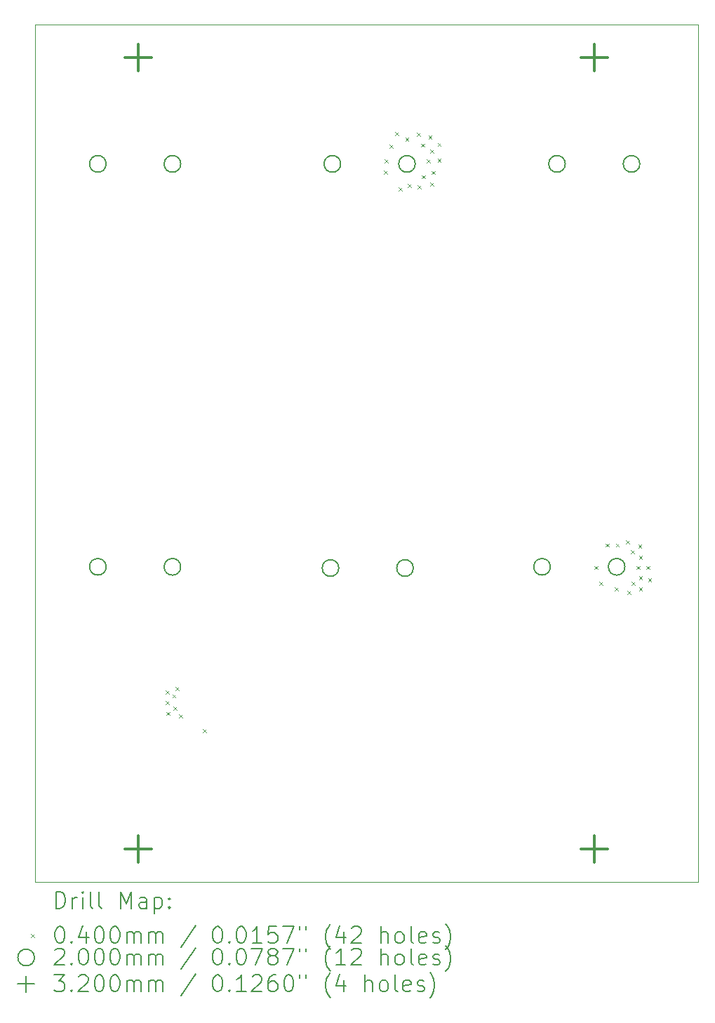
<source format=gbr>
%FSLAX45Y45*%
G04 Gerber Fmt 4.5, Leading zero omitted, Abs format (unit mm)*
G04 Created by KiCad (PCBNEW (6.0.5-0)) date 2023-03-07 01:19:57*
%MOMM*%
%LPD*%
G01*
G04 APERTURE LIST*
%TA.AperFunction,Profile*%
%ADD10C,0.100000*%
%TD*%
%ADD11C,0.200000*%
%ADD12C,0.040000*%
%ADD13C,0.320000*%
G04 APERTURE END LIST*
D10*
X14360000Y-3875000D02*
X15210000Y-3875000D01*
X8060000Y-14225000D02*
X8860000Y-14225000D01*
X13560000Y-14225000D02*
X8860000Y-14225000D01*
X8065000Y-3875000D02*
X8865000Y-3875000D01*
X13560000Y-3875000D02*
X14360000Y-3875000D01*
X15210000Y-3875000D02*
X15210000Y-14225000D01*
X8060000Y-14225000D02*
X7210000Y-14225000D01*
X14360000Y-14225000D02*
X15210000Y-14225000D01*
X13560000Y-14225000D02*
X14360000Y-14225000D01*
X8865000Y-3875000D02*
X13560000Y-3875000D01*
X8065000Y-3875000D02*
X7210000Y-3875000D01*
X7210000Y-14225000D02*
X7210000Y-3875000D01*
D11*
D12*
X8790000Y-11910000D02*
X8830000Y-11950000D01*
X8830000Y-11910000D02*
X8790000Y-11950000D01*
X8790000Y-12040000D02*
X8830000Y-12080000D01*
X8830000Y-12040000D02*
X8790000Y-12080000D01*
X8800000Y-12170000D02*
X8840000Y-12210000D01*
X8840000Y-12170000D02*
X8800000Y-12210000D01*
X8870000Y-11960000D02*
X8910000Y-12000000D01*
X8910000Y-11960000D02*
X8870000Y-12000000D01*
X8880000Y-12110000D02*
X8920000Y-12150000D01*
X8920000Y-12110000D02*
X8880000Y-12150000D01*
X8910000Y-11870000D02*
X8950000Y-11910000D01*
X8950000Y-11870000D02*
X8910000Y-11910000D01*
X8950000Y-12200000D02*
X8990000Y-12240000D01*
X8990000Y-12200000D02*
X8950000Y-12240000D01*
X9240000Y-12380000D02*
X9280000Y-12420000D01*
X9280000Y-12380000D02*
X9240000Y-12420000D01*
X11420000Y-5640000D02*
X11460000Y-5680000D01*
X11460000Y-5640000D02*
X11420000Y-5680000D01*
X11430000Y-5504000D02*
X11470000Y-5544000D01*
X11470000Y-5504000D02*
X11430000Y-5544000D01*
X11490000Y-5324000D02*
X11530000Y-5364000D01*
X11530000Y-5324000D02*
X11490000Y-5364000D01*
X11560000Y-5174000D02*
X11600000Y-5214000D01*
X11600000Y-5174000D02*
X11560000Y-5214000D01*
X11600000Y-5840000D02*
X11640000Y-5880000D01*
X11640000Y-5840000D02*
X11600000Y-5880000D01*
X11680000Y-5244000D02*
X11720000Y-5284000D01*
X11720000Y-5244000D02*
X11680000Y-5284000D01*
X11710000Y-5800000D02*
X11750000Y-5840000D01*
X11750000Y-5800000D02*
X11710000Y-5840000D01*
X11820000Y-5184000D02*
X11860000Y-5224000D01*
X11860000Y-5184000D02*
X11820000Y-5224000D01*
X11830000Y-5814000D02*
X11870000Y-5854000D01*
X11870000Y-5814000D02*
X11830000Y-5854000D01*
X11870000Y-5314000D02*
X11910000Y-5354000D01*
X11910000Y-5314000D02*
X11870000Y-5354000D01*
X11880000Y-5694000D02*
X11920000Y-5734000D01*
X11920000Y-5694000D02*
X11880000Y-5734000D01*
X11940000Y-5504000D02*
X11980000Y-5544000D01*
X11980000Y-5504000D02*
X11940000Y-5544000D01*
X11960000Y-5214000D02*
X12000000Y-5254000D01*
X12000000Y-5214000D02*
X11960000Y-5254000D01*
X11980000Y-5384000D02*
X12020000Y-5424000D01*
X12020000Y-5384000D02*
X11980000Y-5424000D01*
X11980000Y-5784000D02*
X12020000Y-5824000D01*
X12020000Y-5784000D02*
X11980000Y-5824000D01*
X12000000Y-5644000D02*
X12040000Y-5684000D01*
X12040000Y-5644000D02*
X12000000Y-5684000D01*
X12070000Y-5304000D02*
X12110000Y-5344000D01*
X12110000Y-5304000D02*
X12070000Y-5344000D01*
X12070000Y-5494000D02*
X12110000Y-5534000D01*
X12110000Y-5494000D02*
X12070000Y-5534000D01*
X13960000Y-10410000D02*
X14000000Y-10450000D01*
X14000000Y-10410000D02*
X13960000Y-10450000D01*
X14020000Y-10600000D02*
X14060000Y-10640000D01*
X14060000Y-10600000D02*
X14020000Y-10640000D01*
X14100000Y-10140000D02*
X14140000Y-10180000D01*
X14140000Y-10140000D02*
X14100000Y-10180000D01*
X14210000Y-10670000D02*
X14250000Y-10710000D01*
X14250000Y-10670000D02*
X14210000Y-10710000D01*
X14220000Y-10140000D02*
X14260000Y-10180000D01*
X14260000Y-10140000D02*
X14220000Y-10180000D01*
X14340000Y-10100000D02*
X14380000Y-10140000D01*
X14380000Y-10100000D02*
X14340000Y-10140000D01*
X14360000Y-10710000D02*
X14400000Y-10750000D01*
X14400000Y-10710000D02*
X14360000Y-10750000D01*
X14400000Y-10220000D02*
X14440000Y-10260000D01*
X14440000Y-10220000D02*
X14400000Y-10260000D01*
X14410000Y-10600000D02*
X14450000Y-10640000D01*
X14450000Y-10600000D02*
X14410000Y-10640000D01*
X14470000Y-10410000D02*
X14510000Y-10450000D01*
X14510000Y-10410000D02*
X14470000Y-10450000D01*
X14490000Y-10150000D02*
X14530000Y-10190000D01*
X14530000Y-10150000D02*
X14490000Y-10190000D01*
X14500000Y-10290000D02*
X14540000Y-10330000D01*
X14540000Y-10290000D02*
X14500000Y-10330000D01*
X14500000Y-10530000D02*
X14540000Y-10570000D01*
X14540000Y-10530000D02*
X14500000Y-10570000D01*
X14500000Y-10670000D02*
X14540000Y-10710000D01*
X14540000Y-10670000D02*
X14500000Y-10710000D01*
X14590000Y-10410000D02*
X14630000Y-10450000D01*
X14630000Y-10410000D02*
X14590000Y-10450000D01*
X14610000Y-10560000D02*
X14650000Y-10600000D01*
X14650000Y-10560000D02*
X14610000Y-10600000D01*
D11*
X8070000Y-5558000D02*
G75*
G03*
X8070000Y-5558000I-100000J0D01*
G01*
X8070000Y-10420000D02*
G75*
G03*
X8070000Y-10420000I-100000J0D01*
G01*
X8970000Y-5558000D02*
G75*
G03*
X8970000Y-5558000I-100000J0D01*
G01*
X8970000Y-10420000D02*
G75*
G03*
X8970000Y-10420000I-100000J0D01*
G01*
X10876800Y-10434800D02*
G75*
G03*
X10876800Y-10434800I-100000J0D01*
G01*
X10900000Y-5558000D02*
G75*
G03*
X10900000Y-5558000I-100000J0D01*
G01*
X11776800Y-10434800D02*
G75*
G03*
X11776800Y-10434800I-100000J0D01*
G01*
X11800000Y-5558000D02*
G75*
G03*
X11800000Y-5558000I-100000J0D01*
G01*
X13430000Y-10420000D02*
G75*
G03*
X13430000Y-10420000I-100000J0D01*
G01*
X13610000Y-5558000D02*
G75*
G03*
X13610000Y-5558000I-100000J0D01*
G01*
X14330000Y-10420000D02*
G75*
G03*
X14330000Y-10420000I-100000J0D01*
G01*
X14510000Y-5558000D02*
G75*
G03*
X14510000Y-5558000I-100000J0D01*
G01*
D13*
X8460000Y-4115000D02*
X8460000Y-4435000D01*
X8300000Y-4275000D02*
X8620000Y-4275000D01*
X8460000Y-13665000D02*
X8460000Y-13985000D01*
X8300000Y-13825000D02*
X8620000Y-13825000D01*
X13960000Y-4115000D02*
X13960000Y-4435000D01*
X13800000Y-4275000D02*
X14120000Y-4275000D01*
X13960000Y-13665000D02*
X13960000Y-13985000D01*
X13800000Y-13825000D02*
X14120000Y-13825000D01*
D11*
X7462619Y-14540476D02*
X7462619Y-14340476D01*
X7510238Y-14340476D01*
X7538809Y-14350000D01*
X7557857Y-14369048D01*
X7567381Y-14388095D01*
X7576905Y-14426190D01*
X7576905Y-14454762D01*
X7567381Y-14492857D01*
X7557857Y-14511905D01*
X7538809Y-14530952D01*
X7510238Y-14540476D01*
X7462619Y-14540476D01*
X7662619Y-14540476D02*
X7662619Y-14407143D01*
X7662619Y-14445238D02*
X7672143Y-14426190D01*
X7681667Y-14416667D01*
X7700714Y-14407143D01*
X7719762Y-14407143D01*
X7786428Y-14540476D02*
X7786428Y-14407143D01*
X7786428Y-14340476D02*
X7776905Y-14350000D01*
X7786428Y-14359524D01*
X7795952Y-14350000D01*
X7786428Y-14340476D01*
X7786428Y-14359524D01*
X7910238Y-14540476D02*
X7891190Y-14530952D01*
X7881667Y-14511905D01*
X7881667Y-14340476D01*
X8015000Y-14540476D02*
X7995952Y-14530952D01*
X7986428Y-14511905D01*
X7986428Y-14340476D01*
X8243571Y-14540476D02*
X8243571Y-14340476D01*
X8310238Y-14483333D01*
X8376905Y-14340476D01*
X8376905Y-14540476D01*
X8557857Y-14540476D02*
X8557857Y-14435714D01*
X8548333Y-14416667D01*
X8529286Y-14407143D01*
X8491190Y-14407143D01*
X8472143Y-14416667D01*
X8557857Y-14530952D02*
X8538810Y-14540476D01*
X8491190Y-14540476D01*
X8472143Y-14530952D01*
X8462619Y-14511905D01*
X8462619Y-14492857D01*
X8472143Y-14473809D01*
X8491190Y-14464286D01*
X8538810Y-14464286D01*
X8557857Y-14454762D01*
X8653095Y-14407143D02*
X8653095Y-14607143D01*
X8653095Y-14416667D02*
X8672143Y-14407143D01*
X8710238Y-14407143D01*
X8729286Y-14416667D01*
X8738810Y-14426190D01*
X8748333Y-14445238D01*
X8748333Y-14502381D01*
X8738810Y-14521428D01*
X8729286Y-14530952D01*
X8710238Y-14540476D01*
X8672143Y-14540476D01*
X8653095Y-14530952D01*
X8834048Y-14521428D02*
X8843571Y-14530952D01*
X8834048Y-14540476D01*
X8824524Y-14530952D01*
X8834048Y-14521428D01*
X8834048Y-14540476D01*
X8834048Y-14416667D02*
X8843571Y-14426190D01*
X8834048Y-14435714D01*
X8824524Y-14426190D01*
X8834048Y-14416667D01*
X8834048Y-14435714D01*
D12*
X7165000Y-14850000D02*
X7205000Y-14890000D01*
X7205000Y-14850000D02*
X7165000Y-14890000D01*
D11*
X7500714Y-14760476D02*
X7519762Y-14760476D01*
X7538809Y-14770000D01*
X7548333Y-14779524D01*
X7557857Y-14798571D01*
X7567381Y-14836667D01*
X7567381Y-14884286D01*
X7557857Y-14922381D01*
X7548333Y-14941428D01*
X7538809Y-14950952D01*
X7519762Y-14960476D01*
X7500714Y-14960476D01*
X7481667Y-14950952D01*
X7472143Y-14941428D01*
X7462619Y-14922381D01*
X7453095Y-14884286D01*
X7453095Y-14836667D01*
X7462619Y-14798571D01*
X7472143Y-14779524D01*
X7481667Y-14770000D01*
X7500714Y-14760476D01*
X7653095Y-14941428D02*
X7662619Y-14950952D01*
X7653095Y-14960476D01*
X7643571Y-14950952D01*
X7653095Y-14941428D01*
X7653095Y-14960476D01*
X7834048Y-14827143D02*
X7834048Y-14960476D01*
X7786428Y-14750952D02*
X7738809Y-14893809D01*
X7862619Y-14893809D01*
X7976905Y-14760476D02*
X7995952Y-14760476D01*
X8015000Y-14770000D01*
X8024524Y-14779524D01*
X8034048Y-14798571D01*
X8043571Y-14836667D01*
X8043571Y-14884286D01*
X8034048Y-14922381D01*
X8024524Y-14941428D01*
X8015000Y-14950952D01*
X7995952Y-14960476D01*
X7976905Y-14960476D01*
X7957857Y-14950952D01*
X7948333Y-14941428D01*
X7938809Y-14922381D01*
X7929286Y-14884286D01*
X7929286Y-14836667D01*
X7938809Y-14798571D01*
X7948333Y-14779524D01*
X7957857Y-14770000D01*
X7976905Y-14760476D01*
X8167381Y-14760476D02*
X8186428Y-14760476D01*
X8205476Y-14770000D01*
X8215000Y-14779524D01*
X8224524Y-14798571D01*
X8234048Y-14836667D01*
X8234048Y-14884286D01*
X8224524Y-14922381D01*
X8215000Y-14941428D01*
X8205476Y-14950952D01*
X8186428Y-14960476D01*
X8167381Y-14960476D01*
X8148333Y-14950952D01*
X8138809Y-14941428D01*
X8129286Y-14922381D01*
X8119762Y-14884286D01*
X8119762Y-14836667D01*
X8129286Y-14798571D01*
X8138809Y-14779524D01*
X8148333Y-14770000D01*
X8167381Y-14760476D01*
X8319762Y-14960476D02*
X8319762Y-14827143D01*
X8319762Y-14846190D02*
X8329286Y-14836667D01*
X8348333Y-14827143D01*
X8376905Y-14827143D01*
X8395952Y-14836667D01*
X8405476Y-14855714D01*
X8405476Y-14960476D01*
X8405476Y-14855714D02*
X8415000Y-14836667D01*
X8434048Y-14827143D01*
X8462619Y-14827143D01*
X8481667Y-14836667D01*
X8491190Y-14855714D01*
X8491190Y-14960476D01*
X8586429Y-14960476D02*
X8586429Y-14827143D01*
X8586429Y-14846190D02*
X8595952Y-14836667D01*
X8615000Y-14827143D01*
X8643571Y-14827143D01*
X8662619Y-14836667D01*
X8672143Y-14855714D01*
X8672143Y-14960476D01*
X8672143Y-14855714D02*
X8681667Y-14836667D01*
X8700714Y-14827143D01*
X8729286Y-14827143D01*
X8748333Y-14836667D01*
X8757857Y-14855714D01*
X8757857Y-14960476D01*
X9148333Y-14750952D02*
X8976905Y-15008095D01*
X9405476Y-14760476D02*
X9424524Y-14760476D01*
X9443571Y-14770000D01*
X9453095Y-14779524D01*
X9462619Y-14798571D01*
X9472143Y-14836667D01*
X9472143Y-14884286D01*
X9462619Y-14922381D01*
X9453095Y-14941428D01*
X9443571Y-14950952D01*
X9424524Y-14960476D01*
X9405476Y-14960476D01*
X9386429Y-14950952D01*
X9376905Y-14941428D01*
X9367381Y-14922381D01*
X9357857Y-14884286D01*
X9357857Y-14836667D01*
X9367381Y-14798571D01*
X9376905Y-14779524D01*
X9386429Y-14770000D01*
X9405476Y-14760476D01*
X9557857Y-14941428D02*
X9567381Y-14950952D01*
X9557857Y-14960476D01*
X9548333Y-14950952D01*
X9557857Y-14941428D01*
X9557857Y-14960476D01*
X9691190Y-14760476D02*
X9710238Y-14760476D01*
X9729286Y-14770000D01*
X9738810Y-14779524D01*
X9748333Y-14798571D01*
X9757857Y-14836667D01*
X9757857Y-14884286D01*
X9748333Y-14922381D01*
X9738810Y-14941428D01*
X9729286Y-14950952D01*
X9710238Y-14960476D01*
X9691190Y-14960476D01*
X9672143Y-14950952D01*
X9662619Y-14941428D01*
X9653095Y-14922381D01*
X9643571Y-14884286D01*
X9643571Y-14836667D01*
X9653095Y-14798571D01*
X9662619Y-14779524D01*
X9672143Y-14770000D01*
X9691190Y-14760476D01*
X9948333Y-14960476D02*
X9834048Y-14960476D01*
X9891190Y-14960476D02*
X9891190Y-14760476D01*
X9872143Y-14789048D01*
X9853095Y-14808095D01*
X9834048Y-14817619D01*
X10129286Y-14760476D02*
X10034048Y-14760476D01*
X10024524Y-14855714D01*
X10034048Y-14846190D01*
X10053095Y-14836667D01*
X10100714Y-14836667D01*
X10119762Y-14846190D01*
X10129286Y-14855714D01*
X10138810Y-14874762D01*
X10138810Y-14922381D01*
X10129286Y-14941428D01*
X10119762Y-14950952D01*
X10100714Y-14960476D01*
X10053095Y-14960476D01*
X10034048Y-14950952D01*
X10024524Y-14941428D01*
X10205476Y-14760476D02*
X10338810Y-14760476D01*
X10253095Y-14960476D01*
X10405476Y-14760476D02*
X10405476Y-14798571D01*
X10481667Y-14760476D02*
X10481667Y-14798571D01*
X10776905Y-15036667D02*
X10767381Y-15027143D01*
X10748333Y-14998571D01*
X10738810Y-14979524D01*
X10729286Y-14950952D01*
X10719762Y-14903333D01*
X10719762Y-14865238D01*
X10729286Y-14817619D01*
X10738810Y-14789048D01*
X10748333Y-14770000D01*
X10767381Y-14741428D01*
X10776905Y-14731905D01*
X10938810Y-14827143D02*
X10938810Y-14960476D01*
X10891190Y-14750952D02*
X10843571Y-14893809D01*
X10967381Y-14893809D01*
X11034048Y-14779524D02*
X11043571Y-14770000D01*
X11062619Y-14760476D01*
X11110238Y-14760476D01*
X11129286Y-14770000D01*
X11138810Y-14779524D01*
X11148333Y-14798571D01*
X11148333Y-14817619D01*
X11138810Y-14846190D01*
X11024524Y-14960476D01*
X11148333Y-14960476D01*
X11386428Y-14960476D02*
X11386428Y-14760476D01*
X11472143Y-14960476D02*
X11472143Y-14855714D01*
X11462619Y-14836667D01*
X11443571Y-14827143D01*
X11415000Y-14827143D01*
X11395952Y-14836667D01*
X11386428Y-14846190D01*
X11595952Y-14960476D02*
X11576905Y-14950952D01*
X11567381Y-14941428D01*
X11557857Y-14922381D01*
X11557857Y-14865238D01*
X11567381Y-14846190D01*
X11576905Y-14836667D01*
X11595952Y-14827143D01*
X11624524Y-14827143D01*
X11643571Y-14836667D01*
X11653095Y-14846190D01*
X11662619Y-14865238D01*
X11662619Y-14922381D01*
X11653095Y-14941428D01*
X11643571Y-14950952D01*
X11624524Y-14960476D01*
X11595952Y-14960476D01*
X11776905Y-14960476D02*
X11757857Y-14950952D01*
X11748333Y-14931905D01*
X11748333Y-14760476D01*
X11929286Y-14950952D02*
X11910238Y-14960476D01*
X11872143Y-14960476D01*
X11853095Y-14950952D01*
X11843571Y-14931905D01*
X11843571Y-14855714D01*
X11853095Y-14836667D01*
X11872143Y-14827143D01*
X11910238Y-14827143D01*
X11929286Y-14836667D01*
X11938809Y-14855714D01*
X11938809Y-14874762D01*
X11843571Y-14893809D01*
X12015000Y-14950952D02*
X12034048Y-14960476D01*
X12072143Y-14960476D01*
X12091190Y-14950952D01*
X12100714Y-14931905D01*
X12100714Y-14922381D01*
X12091190Y-14903333D01*
X12072143Y-14893809D01*
X12043571Y-14893809D01*
X12024524Y-14884286D01*
X12015000Y-14865238D01*
X12015000Y-14855714D01*
X12024524Y-14836667D01*
X12043571Y-14827143D01*
X12072143Y-14827143D01*
X12091190Y-14836667D01*
X12167381Y-15036667D02*
X12176905Y-15027143D01*
X12195952Y-14998571D01*
X12205476Y-14979524D01*
X12215000Y-14950952D01*
X12224524Y-14903333D01*
X12224524Y-14865238D01*
X12215000Y-14817619D01*
X12205476Y-14789048D01*
X12195952Y-14770000D01*
X12176905Y-14741428D01*
X12167381Y-14731905D01*
X7205000Y-15134000D02*
G75*
G03*
X7205000Y-15134000I-100000J0D01*
G01*
X7453095Y-15043524D02*
X7462619Y-15034000D01*
X7481667Y-15024476D01*
X7529286Y-15024476D01*
X7548333Y-15034000D01*
X7557857Y-15043524D01*
X7567381Y-15062571D01*
X7567381Y-15081619D01*
X7557857Y-15110190D01*
X7443571Y-15224476D01*
X7567381Y-15224476D01*
X7653095Y-15205428D02*
X7662619Y-15214952D01*
X7653095Y-15224476D01*
X7643571Y-15214952D01*
X7653095Y-15205428D01*
X7653095Y-15224476D01*
X7786428Y-15024476D02*
X7805476Y-15024476D01*
X7824524Y-15034000D01*
X7834048Y-15043524D01*
X7843571Y-15062571D01*
X7853095Y-15100667D01*
X7853095Y-15148286D01*
X7843571Y-15186381D01*
X7834048Y-15205428D01*
X7824524Y-15214952D01*
X7805476Y-15224476D01*
X7786428Y-15224476D01*
X7767381Y-15214952D01*
X7757857Y-15205428D01*
X7748333Y-15186381D01*
X7738809Y-15148286D01*
X7738809Y-15100667D01*
X7748333Y-15062571D01*
X7757857Y-15043524D01*
X7767381Y-15034000D01*
X7786428Y-15024476D01*
X7976905Y-15024476D02*
X7995952Y-15024476D01*
X8015000Y-15034000D01*
X8024524Y-15043524D01*
X8034048Y-15062571D01*
X8043571Y-15100667D01*
X8043571Y-15148286D01*
X8034048Y-15186381D01*
X8024524Y-15205428D01*
X8015000Y-15214952D01*
X7995952Y-15224476D01*
X7976905Y-15224476D01*
X7957857Y-15214952D01*
X7948333Y-15205428D01*
X7938809Y-15186381D01*
X7929286Y-15148286D01*
X7929286Y-15100667D01*
X7938809Y-15062571D01*
X7948333Y-15043524D01*
X7957857Y-15034000D01*
X7976905Y-15024476D01*
X8167381Y-15024476D02*
X8186428Y-15024476D01*
X8205476Y-15034000D01*
X8215000Y-15043524D01*
X8224524Y-15062571D01*
X8234048Y-15100667D01*
X8234048Y-15148286D01*
X8224524Y-15186381D01*
X8215000Y-15205428D01*
X8205476Y-15214952D01*
X8186428Y-15224476D01*
X8167381Y-15224476D01*
X8148333Y-15214952D01*
X8138809Y-15205428D01*
X8129286Y-15186381D01*
X8119762Y-15148286D01*
X8119762Y-15100667D01*
X8129286Y-15062571D01*
X8138809Y-15043524D01*
X8148333Y-15034000D01*
X8167381Y-15024476D01*
X8319762Y-15224476D02*
X8319762Y-15091143D01*
X8319762Y-15110190D02*
X8329286Y-15100667D01*
X8348333Y-15091143D01*
X8376905Y-15091143D01*
X8395952Y-15100667D01*
X8405476Y-15119714D01*
X8405476Y-15224476D01*
X8405476Y-15119714D02*
X8415000Y-15100667D01*
X8434048Y-15091143D01*
X8462619Y-15091143D01*
X8481667Y-15100667D01*
X8491190Y-15119714D01*
X8491190Y-15224476D01*
X8586429Y-15224476D02*
X8586429Y-15091143D01*
X8586429Y-15110190D02*
X8595952Y-15100667D01*
X8615000Y-15091143D01*
X8643571Y-15091143D01*
X8662619Y-15100667D01*
X8672143Y-15119714D01*
X8672143Y-15224476D01*
X8672143Y-15119714D02*
X8681667Y-15100667D01*
X8700714Y-15091143D01*
X8729286Y-15091143D01*
X8748333Y-15100667D01*
X8757857Y-15119714D01*
X8757857Y-15224476D01*
X9148333Y-15014952D02*
X8976905Y-15272095D01*
X9405476Y-15024476D02*
X9424524Y-15024476D01*
X9443571Y-15034000D01*
X9453095Y-15043524D01*
X9462619Y-15062571D01*
X9472143Y-15100667D01*
X9472143Y-15148286D01*
X9462619Y-15186381D01*
X9453095Y-15205428D01*
X9443571Y-15214952D01*
X9424524Y-15224476D01*
X9405476Y-15224476D01*
X9386429Y-15214952D01*
X9376905Y-15205428D01*
X9367381Y-15186381D01*
X9357857Y-15148286D01*
X9357857Y-15100667D01*
X9367381Y-15062571D01*
X9376905Y-15043524D01*
X9386429Y-15034000D01*
X9405476Y-15024476D01*
X9557857Y-15205428D02*
X9567381Y-15214952D01*
X9557857Y-15224476D01*
X9548333Y-15214952D01*
X9557857Y-15205428D01*
X9557857Y-15224476D01*
X9691190Y-15024476D02*
X9710238Y-15024476D01*
X9729286Y-15034000D01*
X9738810Y-15043524D01*
X9748333Y-15062571D01*
X9757857Y-15100667D01*
X9757857Y-15148286D01*
X9748333Y-15186381D01*
X9738810Y-15205428D01*
X9729286Y-15214952D01*
X9710238Y-15224476D01*
X9691190Y-15224476D01*
X9672143Y-15214952D01*
X9662619Y-15205428D01*
X9653095Y-15186381D01*
X9643571Y-15148286D01*
X9643571Y-15100667D01*
X9653095Y-15062571D01*
X9662619Y-15043524D01*
X9672143Y-15034000D01*
X9691190Y-15024476D01*
X9824524Y-15024476D02*
X9957857Y-15024476D01*
X9872143Y-15224476D01*
X10062619Y-15110190D02*
X10043571Y-15100667D01*
X10034048Y-15091143D01*
X10024524Y-15072095D01*
X10024524Y-15062571D01*
X10034048Y-15043524D01*
X10043571Y-15034000D01*
X10062619Y-15024476D01*
X10100714Y-15024476D01*
X10119762Y-15034000D01*
X10129286Y-15043524D01*
X10138810Y-15062571D01*
X10138810Y-15072095D01*
X10129286Y-15091143D01*
X10119762Y-15100667D01*
X10100714Y-15110190D01*
X10062619Y-15110190D01*
X10043571Y-15119714D01*
X10034048Y-15129238D01*
X10024524Y-15148286D01*
X10024524Y-15186381D01*
X10034048Y-15205428D01*
X10043571Y-15214952D01*
X10062619Y-15224476D01*
X10100714Y-15224476D01*
X10119762Y-15214952D01*
X10129286Y-15205428D01*
X10138810Y-15186381D01*
X10138810Y-15148286D01*
X10129286Y-15129238D01*
X10119762Y-15119714D01*
X10100714Y-15110190D01*
X10205476Y-15024476D02*
X10338810Y-15024476D01*
X10253095Y-15224476D01*
X10405476Y-15024476D02*
X10405476Y-15062571D01*
X10481667Y-15024476D02*
X10481667Y-15062571D01*
X10776905Y-15300667D02*
X10767381Y-15291143D01*
X10748333Y-15262571D01*
X10738810Y-15243524D01*
X10729286Y-15214952D01*
X10719762Y-15167333D01*
X10719762Y-15129238D01*
X10729286Y-15081619D01*
X10738810Y-15053048D01*
X10748333Y-15034000D01*
X10767381Y-15005428D01*
X10776905Y-14995905D01*
X10957857Y-15224476D02*
X10843571Y-15224476D01*
X10900714Y-15224476D02*
X10900714Y-15024476D01*
X10881667Y-15053048D01*
X10862619Y-15072095D01*
X10843571Y-15081619D01*
X11034048Y-15043524D02*
X11043571Y-15034000D01*
X11062619Y-15024476D01*
X11110238Y-15024476D01*
X11129286Y-15034000D01*
X11138810Y-15043524D01*
X11148333Y-15062571D01*
X11148333Y-15081619D01*
X11138810Y-15110190D01*
X11024524Y-15224476D01*
X11148333Y-15224476D01*
X11386428Y-15224476D02*
X11386428Y-15024476D01*
X11472143Y-15224476D02*
X11472143Y-15119714D01*
X11462619Y-15100667D01*
X11443571Y-15091143D01*
X11415000Y-15091143D01*
X11395952Y-15100667D01*
X11386428Y-15110190D01*
X11595952Y-15224476D02*
X11576905Y-15214952D01*
X11567381Y-15205428D01*
X11557857Y-15186381D01*
X11557857Y-15129238D01*
X11567381Y-15110190D01*
X11576905Y-15100667D01*
X11595952Y-15091143D01*
X11624524Y-15091143D01*
X11643571Y-15100667D01*
X11653095Y-15110190D01*
X11662619Y-15129238D01*
X11662619Y-15186381D01*
X11653095Y-15205428D01*
X11643571Y-15214952D01*
X11624524Y-15224476D01*
X11595952Y-15224476D01*
X11776905Y-15224476D02*
X11757857Y-15214952D01*
X11748333Y-15195905D01*
X11748333Y-15024476D01*
X11929286Y-15214952D02*
X11910238Y-15224476D01*
X11872143Y-15224476D01*
X11853095Y-15214952D01*
X11843571Y-15195905D01*
X11843571Y-15119714D01*
X11853095Y-15100667D01*
X11872143Y-15091143D01*
X11910238Y-15091143D01*
X11929286Y-15100667D01*
X11938809Y-15119714D01*
X11938809Y-15138762D01*
X11843571Y-15157809D01*
X12015000Y-15214952D02*
X12034048Y-15224476D01*
X12072143Y-15224476D01*
X12091190Y-15214952D01*
X12100714Y-15195905D01*
X12100714Y-15186381D01*
X12091190Y-15167333D01*
X12072143Y-15157809D01*
X12043571Y-15157809D01*
X12024524Y-15148286D01*
X12015000Y-15129238D01*
X12015000Y-15119714D01*
X12024524Y-15100667D01*
X12043571Y-15091143D01*
X12072143Y-15091143D01*
X12091190Y-15100667D01*
X12167381Y-15300667D02*
X12176905Y-15291143D01*
X12195952Y-15262571D01*
X12205476Y-15243524D01*
X12215000Y-15214952D01*
X12224524Y-15167333D01*
X12224524Y-15129238D01*
X12215000Y-15081619D01*
X12205476Y-15053048D01*
X12195952Y-15034000D01*
X12176905Y-15005428D01*
X12167381Y-14995905D01*
X7105000Y-15354000D02*
X7105000Y-15554000D01*
X7005000Y-15454000D02*
X7205000Y-15454000D01*
X7443571Y-15344476D02*
X7567381Y-15344476D01*
X7500714Y-15420667D01*
X7529286Y-15420667D01*
X7548333Y-15430190D01*
X7557857Y-15439714D01*
X7567381Y-15458762D01*
X7567381Y-15506381D01*
X7557857Y-15525428D01*
X7548333Y-15534952D01*
X7529286Y-15544476D01*
X7472143Y-15544476D01*
X7453095Y-15534952D01*
X7443571Y-15525428D01*
X7653095Y-15525428D02*
X7662619Y-15534952D01*
X7653095Y-15544476D01*
X7643571Y-15534952D01*
X7653095Y-15525428D01*
X7653095Y-15544476D01*
X7738809Y-15363524D02*
X7748333Y-15354000D01*
X7767381Y-15344476D01*
X7815000Y-15344476D01*
X7834048Y-15354000D01*
X7843571Y-15363524D01*
X7853095Y-15382571D01*
X7853095Y-15401619D01*
X7843571Y-15430190D01*
X7729286Y-15544476D01*
X7853095Y-15544476D01*
X7976905Y-15344476D02*
X7995952Y-15344476D01*
X8015000Y-15354000D01*
X8024524Y-15363524D01*
X8034048Y-15382571D01*
X8043571Y-15420667D01*
X8043571Y-15468286D01*
X8034048Y-15506381D01*
X8024524Y-15525428D01*
X8015000Y-15534952D01*
X7995952Y-15544476D01*
X7976905Y-15544476D01*
X7957857Y-15534952D01*
X7948333Y-15525428D01*
X7938809Y-15506381D01*
X7929286Y-15468286D01*
X7929286Y-15420667D01*
X7938809Y-15382571D01*
X7948333Y-15363524D01*
X7957857Y-15354000D01*
X7976905Y-15344476D01*
X8167381Y-15344476D02*
X8186428Y-15344476D01*
X8205476Y-15354000D01*
X8215000Y-15363524D01*
X8224524Y-15382571D01*
X8234048Y-15420667D01*
X8234048Y-15468286D01*
X8224524Y-15506381D01*
X8215000Y-15525428D01*
X8205476Y-15534952D01*
X8186428Y-15544476D01*
X8167381Y-15544476D01*
X8148333Y-15534952D01*
X8138809Y-15525428D01*
X8129286Y-15506381D01*
X8119762Y-15468286D01*
X8119762Y-15420667D01*
X8129286Y-15382571D01*
X8138809Y-15363524D01*
X8148333Y-15354000D01*
X8167381Y-15344476D01*
X8319762Y-15544476D02*
X8319762Y-15411143D01*
X8319762Y-15430190D02*
X8329286Y-15420667D01*
X8348333Y-15411143D01*
X8376905Y-15411143D01*
X8395952Y-15420667D01*
X8405476Y-15439714D01*
X8405476Y-15544476D01*
X8405476Y-15439714D02*
X8415000Y-15420667D01*
X8434048Y-15411143D01*
X8462619Y-15411143D01*
X8481667Y-15420667D01*
X8491190Y-15439714D01*
X8491190Y-15544476D01*
X8586429Y-15544476D02*
X8586429Y-15411143D01*
X8586429Y-15430190D02*
X8595952Y-15420667D01*
X8615000Y-15411143D01*
X8643571Y-15411143D01*
X8662619Y-15420667D01*
X8672143Y-15439714D01*
X8672143Y-15544476D01*
X8672143Y-15439714D02*
X8681667Y-15420667D01*
X8700714Y-15411143D01*
X8729286Y-15411143D01*
X8748333Y-15420667D01*
X8757857Y-15439714D01*
X8757857Y-15544476D01*
X9148333Y-15334952D02*
X8976905Y-15592095D01*
X9405476Y-15344476D02*
X9424524Y-15344476D01*
X9443571Y-15354000D01*
X9453095Y-15363524D01*
X9462619Y-15382571D01*
X9472143Y-15420667D01*
X9472143Y-15468286D01*
X9462619Y-15506381D01*
X9453095Y-15525428D01*
X9443571Y-15534952D01*
X9424524Y-15544476D01*
X9405476Y-15544476D01*
X9386429Y-15534952D01*
X9376905Y-15525428D01*
X9367381Y-15506381D01*
X9357857Y-15468286D01*
X9357857Y-15420667D01*
X9367381Y-15382571D01*
X9376905Y-15363524D01*
X9386429Y-15354000D01*
X9405476Y-15344476D01*
X9557857Y-15525428D02*
X9567381Y-15534952D01*
X9557857Y-15544476D01*
X9548333Y-15534952D01*
X9557857Y-15525428D01*
X9557857Y-15544476D01*
X9757857Y-15544476D02*
X9643571Y-15544476D01*
X9700714Y-15544476D02*
X9700714Y-15344476D01*
X9681667Y-15373048D01*
X9662619Y-15392095D01*
X9643571Y-15401619D01*
X9834048Y-15363524D02*
X9843571Y-15354000D01*
X9862619Y-15344476D01*
X9910238Y-15344476D01*
X9929286Y-15354000D01*
X9938810Y-15363524D01*
X9948333Y-15382571D01*
X9948333Y-15401619D01*
X9938810Y-15430190D01*
X9824524Y-15544476D01*
X9948333Y-15544476D01*
X10119762Y-15344476D02*
X10081667Y-15344476D01*
X10062619Y-15354000D01*
X10053095Y-15363524D01*
X10034048Y-15392095D01*
X10024524Y-15430190D01*
X10024524Y-15506381D01*
X10034048Y-15525428D01*
X10043571Y-15534952D01*
X10062619Y-15544476D01*
X10100714Y-15544476D01*
X10119762Y-15534952D01*
X10129286Y-15525428D01*
X10138810Y-15506381D01*
X10138810Y-15458762D01*
X10129286Y-15439714D01*
X10119762Y-15430190D01*
X10100714Y-15420667D01*
X10062619Y-15420667D01*
X10043571Y-15430190D01*
X10034048Y-15439714D01*
X10024524Y-15458762D01*
X10262619Y-15344476D02*
X10281667Y-15344476D01*
X10300714Y-15354000D01*
X10310238Y-15363524D01*
X10319762Y-15382571D01*
X10329286Y-15420667D01*
X10329286Y-15468286D01*
X10319762Y-15506381D01*
X10310238Y-15525428D01*
X10300714Y-15534952D01*
X10281667Y-15544476D01*
X10262619Y-15544476D01*
X10243571Y-15534952D01*
X10234048Y-15525428D01*
X10224524Y-15506381D01*
X10215000Y-15468286D01*
X10215000Y-15420667D01*
X10224524Y-15382571D01*
X10234048Y-15363524D01*
X10243571Y-15354000D01*
X10262619Y-15344476D01*
X10405476Y-15344476D02*
X10405476Y-15382571D01*
X10481667Y-15344476D02*
X10481667Y-15382571D01*
X10776905Y-15620667D02*
X10767381Y-15611143D01*
X10748333Y-15582571D01*
X10738810Y-15563524D01*
X10729286Y-15534952D01*
X10719762Y-15487333D01*
X10719762Y-15449238D01*
X10729286Y-15401619D01*
X10738810Y-15373048D01*
X10748333Y-15354000D01*
X10767381Y-15325428D01*
X10776905Y-15315905D01*
X10938810Y-15411143D02*
X10938810Y-15544476D01*
X10891190Y-15334952D02*
X10843571Y-15477809D01*
X10967381Y-15477809D01*
X11195952Y-15544476D02*
X11195952Y-15344476D01*
X11281667Y-15544476D02*
X11281667Y-15439714D01*
X11272143Y-15420667D01*
X11253095Y-15411143D01*
X11224524Y-15411143D01*
X11205476Y-15420667D01*
X11195952Y-15430190D01*
X11405476Y-15544476D02*
X11386428Y-15534952D01*
X11376905Y-15525428D01*
X11367381Y-15506381D01*
X11367381Y-15449238D01*
X11376905Y-15430190D01*
X11386428Y-15420667D01*
X11405476Y-15411143D01*
X11434048Y-15411143D01*
X11453095Y-15420667D01*
X11462619Y-15430190D01*
X11472143Y-15449238D01*
X11472143Y-15506381D01*
X11462619Y-15525428D01*
X11453095Y-15534952D01*
X11434048Y-15544476D01*
X11405476Y-15544476D01*
X11586428Y-15544476D02*
X11567381Y-15534952D01*
X11557857Y-15515905D01*
X11557857Y-15344476D01*
X11738809Y-15534952D02*
X11719762Y-15544476D01*
X11681667Y-15544476D01*
X11662619Y-15534952D01*
X11653095Y-15515905D01*
X11653095Y-15439714D01*
X11662619Y-15420667D01*
X11681667Y-15411143D01*
X11719762Y-15411143D01*
X11738809Y-15420667D01*
X11748333Y-15439714D01*
X11748333Y-15458762D01*
X11653095Y-15477809D01*
X11824524Y-15534952D02*
X11843571Y-15544476D01*
X11881667Y-15544476D01*
X11900714Y-15534952D01*
X11910238Y-15515905D01*
X11910238Y-15506381D01*
X11900714Y-15487333D01*
X11881667Y-15477809D01*
X11853095Y-15477809D01*
X11834048Y-15468286D01*
X11824524Y-15449238D01*
X11824524Y-15439714D01*
X11834048Y-15420667D01*
X11853095Y-15411143D01*
X11881667Y-15411143D01*
X11900714Y-15420667D01*
X11976905Y-15620667D02*
X11986428Y-15611143D01*
X12005476Y-15582571D01*
X12015000Y-15563524D01*
X12024524Y-15534952D01*
X12034048Y-15487333D01*
X12034048Y-15449238D01*
X12024524Y-15401619D01*
X12015000Y-15373048D01*
X12005476Y-15354000D01*
X11986428Y-15325428D01*
X11976905Y-15315905D01*
M02*

</source>
